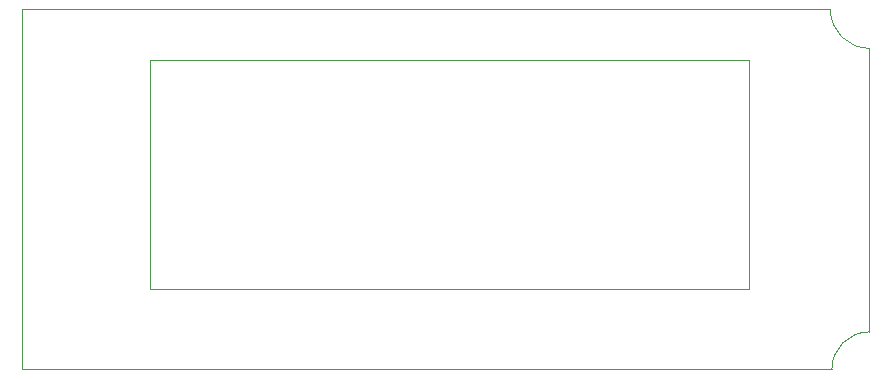
<source format=gbr>
%TF.GenerationSoftware,KiCad,Pcbnew,(5.1.9-0-10_14)*%
%TF.CreationDate,2021-04-26T08:01:11+02:00*%
%TF.ProjectId,wificlock,77696669-636c-46f6-936b-2e6b69636164,rev?*%
%TF.SameCoordinates,Original*%
%TF.FileFunction,Legend,Bot*%
%TF.FilePolarity,Positive*%
%FSLAX46Y46*%
G04 Gerber Fmt 4.6, Leading zero omitted, Abs format (unit mm)*
G04 Created by KiCad (PCBNEW (5.1.9-0-10_14)) date 2021-04-26 08:01:11*
%MOMM*%
%LPD*%
G01*
G04 APERTURE LIST*
%TA.AperFunction,Profile*%
%ADD10C,0.100000*%
%TD*%
%ADD11C,0.120000*%
G04 APERTURE END LIST*
D10*
X160655000Y-143510000D02*
G75*
G02*
X163830000Y-140335000I3175000J0D01*
G01*
X163830000Y-116332000D02*
G75*
G02*
X160528000Y-113030000I0J3302000D01*
G01*
X92075000Y-113030000D02*
X160528000Y-113030000D01*
X92075000Y-143510000D02*
X92075000Y-113030000D01*
X160655000Y-143510000D02*
X92075000Y-143510000D01*
X163830000Y-116332000D02*
X163830000Y-140335000D01*
D11*
%TO.C,U5*%
X153620000Y-117300000D02*
X153620000Y-136700000D01*
X153620000Y-136700000D02*
X102920000Y-136700000D01*
X102920000Y-136700000D02*
X102920000Y-117300000D01*
X102920000Y-117300000D02*
X153620000Y-117300000D01*
%TD*%
M02*

</source>
